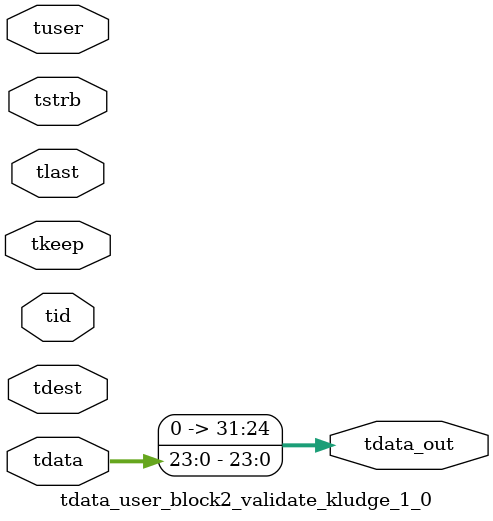
<source format=v>


`timescale 1ps/1ps

module tdata_user_block2_validate_kludge_1_0 #
(
parameter C_S_AXIS_TDATA_WIDTH = 32,
parameter C_S_AXIS_TUSER_WIDTH = 0,
parameter C_S_AXIS_TID_WIDTH   = 0,
parameter C_S_AXIS_TDEST_WIDTH = 0,
parameter C_M_AXIS_TDATA_WIDTH = 32
)
(
input  [(C_S_AXIS_TDATA_WIDTH == 0 ? 1 : C_S_AXIS_TDATA_WIDTH)-1:0     ] tdata,
input  [(C_S_AXIS_TUSER_WIDTH == 0 ? 1 : C_S_AXIS_TUSER_WIDTH)-1:0     ] tuser,
input  [(C_S_AXIS_TID_WIDTH   == 0 ? 1 : C_S_AXIS_TID_WIDTH)-1:0       ] tid,
input  [(C_S_AXIS_TDEST_WIDTH == 0 ? 1 : C_S_AXIS_TDEST_WIDTH)-1:0     ] tdest,
input  [(C_S_AXIS_TDATA_WIDTH/8)-1:0 ] tkeep,
input  [(C_S_AXIS_TDATA_WIDTH/8)-1:0 ] tstrb,
input                                                                    tlast,
output [C_M_AXIS_TDATA_WIDTH-1:0] tdata_out
);

assign tdata_out = {tdata[23:0]};

endmodule


</source>
